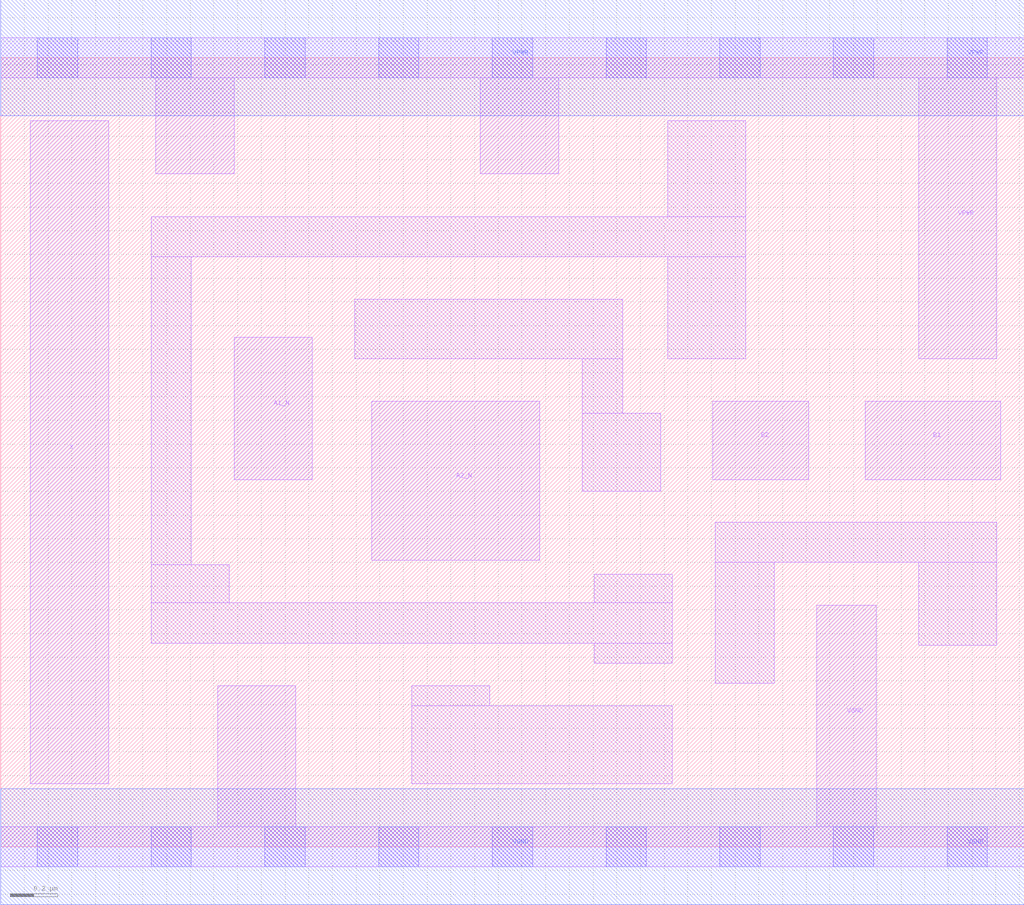
<source format=lef>
# Copyright 2020 The SkyWater PDK Authors
#
# Licensed under the Apache License, Version 2.0 (the "License");
# you may not use this file except in compliance with the License.
# You may obtain a copy of the License at
#
#     https://www.apache.org/licenses/LICENSE-2.0
#
# Unless required by applicable law or agreed to in writing, software
# distributed under the License is distributed on an "AS IS" BASIS,
# WITHOUT WARRANTIES OR CONDITIONS OF ANY KIND, either express or implied.
# See the License for the specific language governing permissions and
# limitations under the License.
#
# SPDX-License-Identifier: Apache-2.0

VERSION 5.7 ;
  NAMESCASESENSITIVE ON ;
  NOWIREEXTENSIONATPIN ON ;
  DIVIDERCHAR "/" ;
  BUSBITCHARS "[]" ;
UNITS
  DATABASE MICRONS 200 ;
END UNITS
MACRO sky130_fd_sc_lp__o2bb2a_lp
  CLASS CORE ;
  SOURCE USER ;
  FOREIGN sky130_fd_sc_lp__o2bb2a_lp ;
  ORIGIN  0.000000  0.000000 ;
  SIZE  4.320000 BY  3.330000 ;
  SYMMETRY X Y R90 ;
  SITE unit ;
  PIN A1_N
    ANTENNAGATEAREA  0.313000 ;
    DIRECTION INPUT ;
    USE SIGNAL ;
    PORT
      LAYER li1 ;
        RECT 0.985000 1.550000 1.315000 2.150000 ;
    END
  END A1_N
  PIN A2_N
    ANTENNAGATEAREA  0.313000 ;
    DIRECTION INPUT ;
    USE SIGNAL ;
    PORT
      LAYER li1 ;
        RECT 1.565000 1.210000 2.275000 1.880000 ;
    END
  END A2_N
  PIN B1
    ANTENNAGATEAREA  0.313000 ;
    DIRECTION INPUT ;
    USE SIGNAL ;
    PORT
      LAYER li1 ;
        RECT 3.650000 1.550000 4.220000 1.880000 ;
    END
  END B1
  PIN B2
    ANTENNAGATEAREA  0.313000 ;
    DIRECTION INPUT ;
    USE SIGNAL ;
    PORT
      LAYER li1 ;
        RECT 3.005000 1.550000 3.410000 1.880000 ;
    END
  END B2
  PIN X
    ANTENNADIFFAREA  0.404700 ;
    DIRECTION OUTPUT ;
    USE SIGNAL ;
    PORT
      LAYER li1 ;
        RECT 0.125000 0.265000 0.455000 3.065000 ;
    END
  END X
  PIN VGND
    DIRECTION INOUT ;
    USE GROUND ;
    PORT
      LAYER li1 ;
        RECT 0.000000 -0.085000 4.320000 0.085000 ;
        RECT 0.915000  0.085000 1.245000 0.680000 ;
        RECT 3.445000  0.085000 3.695000 1.020000 ;
      LAYER mcon ;
        RECT 0.155000 -0.085000 0.325000 0.085000 ;
        RECT 0.635000 -0.085000 0.805000 0.085000 ;
        RECT 1.115000 -0.085000 1.285000 0.085000 ;
        RECT 1.595000 -0.085000 1.765000 0.085000 ;
        RECT 2.075000 -0.085000 2.245000 0.085000 ;
        RECT 2.555000 -0.085000 2.725000 0.085000 ;
        RECT 3.035000 -0.085000 3.205000 0.085000 ;
        RECT 3.515000 -0.085000 3.685000 0.085000 ;
        RECT 3.995000 -0.085000 4.165000 0.085000 ;
      LAYER met1 ;
        RECT 0.000000 -0.245000 4.320000 0.245000 ;
    END
  END VGND
  PIN VPWR
    DIRECTION INOUT ;
    USE POWER ;
    PORT
      LAYER li1 ;
        RECT 0.000000 3.245000 4.320000 3.415000 ;
        RECT 0.655000 2.840000 0.985000 3.245000 ;
        RECT 2.025000 2.840000 2.355000 3.245000 ;
        RECT 3.875000 2.060000 4.205000 3.245000 ;
      LAYER mcon ;
        RECT 0.155000 3.245000 0.325000 3.415000 ;
        RECT 0.635000 3.245000 0.805000 3.415000 ;
        RECT 1.115000 3.245000 1.285000 3.415000 ;
        RECT 1.595000 3.245000 1.765000 3.415000 ;
        RECT 2.075000 3.245000 2.245000 3.415000 ;
        RECT 2.555000 3.245000 2.725000 3.415000 ;
        RECT 3.035000 3.245000 3.205000 3.415000 ;
        RECT 3.515000 3.245000 3.685000 3.415000 ;
        RECT 3.995000 3.245000 4.165000 3.415000 ;
      LAYER met1 ;
        RECT 0.000000 3.085000 4.320000 3.575000 ;
    END
  END VPWR
  OBS
    LAYER li1 ;
      RECT 0.635000 0.860000 2.835000 1.030000 ;
      RECT 0.635000 1.030000 0.965000 1.190000 ;
      RECT 0.635000 1.190000 0.805000 2.490000 ;
      RECT 0.635000 2.490000 3.145000 2.660000 ;
      RECT 1.495000 2.060000 2.625000 2.310000 ;
      RECT 1.735000 0.265000 2.835000 0.595000 ;
      RECT 1.735000 0.595000 2.065000 0.680000 ;
      RECT 2.455000 1.500000 2.785000 1.830000 ;
      RECT 2.455000 1.830000 2.625000 2.060000 ;
      RECT 2.505000 0.775000 2.835000 0.860000 ;
      RECT 2.505000 1.030000 2.835000 1.150000 ;
      RECT 2.815000 2.060000 3.145000 2.490000 ;
      RECT 2.815000 2.660000 3.145000 3.065000 ;
      RECT 3.015000 0.690000 3.265000 1.200000 ;
      RECT 3.015000 1.200000 4.205000 1.370000 ;
      RECT 3.875000 0.850000 4.205000 1.200000 ;
  END
END sky130_fd_sc_lp__o2bb2a_lp

</source>
